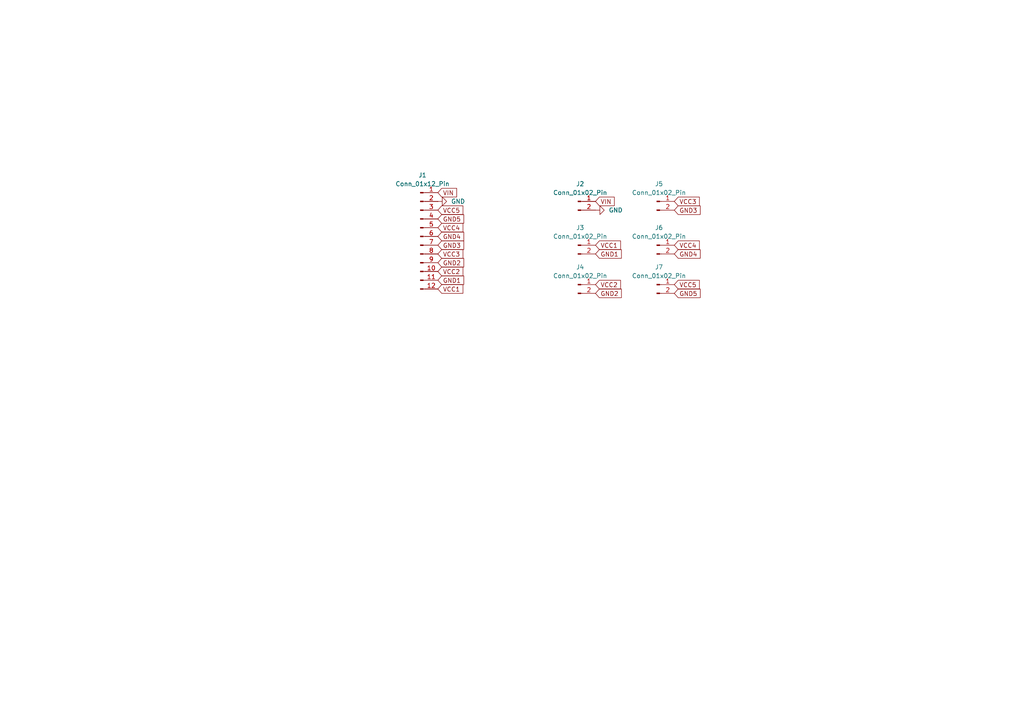
<source format=kicad_sch>
(kicad_sch (version 20231120) (generator "eeschema") (generator_version "8.0")
  (paper "A4")
  (lib_symbols
    (symbol "Connector:Conn_01x02_Pin" (pin_names (offset 1.016) hide)
      (property "Reference" "J" (at 0 2.54 0))
      (property "Value" "Conn_01x02_Pin" (at 0 -5.08 0))
      (symbol "Conn_01x02_Pin_1_1"
        (polyline (pts (xy 1.27 -2.54) (xy 0.8636 -2.54)) (stroke (width 0.1524)))
        (polyline (pts (xy 1.27 0) (xy 0.8636 0)) (stroke (width 0.1524)))
        (rectangle (start 0.8636 -2.413) (end 0 -2.667) (stroke (width 0.1524)) (fill (type outline)))
        (rectangle (start 0.8636 0.127) (end 0 -0.127) (stroke (width 0.1524)) (fill (type outline)))
        (pin passive line (at 5.08 0 180) (length 3.81) (name "Pin_1") (number "1"))
        (pin passive line (at 5.08 -2.54 180) (length 3.81) (name "Pin_2") (number "2"))
      )
    )
    (symbol "Connector:Conn_01x12_Pin" (pin_names (offset 1.016) hide)
      (property "Reference" "J" (at 0 15.24 0))
      (property "Value" "Conn_01x12_Pin" (at 0 -17.78 0))
      (symbol "Conn_01x12_Pin_1_1"
        (polyline (pts (xy 1.27 -15.24) (xy 0.8636 -15.24)) (stroke (width 0.1524)))
        (polyline (pts (xy 1.27 -12.7) (xy 0.8636 -12.7)) (stroke (width 0.1524)))
        (polyline (pts (xy 1.27 -10.16) (xy 0.8636 -10.16)) (stroke (width 0.1524)))
        (polyline (pts (xy 1.27 -7.62) (xy 0.8636 -7.62)) (stroke (width 0.1524)))
        (polyline (pts (xy 1.27 -5.08) (xy 0.8636 -5.08)) (stroke (width 0.1524)))
        (polyline (pts (xy 1.27 -2.54) (xy 0.8636 -2.54)) (stroke (width 0.1524)))
        (polyline (pts (xy 1.27 0) (xy 0.8636 0)) (stroke (width 0.1524)))
        (polyline (pts (xy 1.27 2.54) (xy 0.8636 2.54)) (stroke (width 0.1524)))
        (polyline (pts (xy 1.27 5.08) (xy 0.8636 5.08)) (stroke (width 0.1524)))
        (polyline (pts (xy 1.27 7.62) (xy 0.8636 7.62)) (stroke (width 0.1524)))
        (polyline (pts (xy 1.27 10.16) (xy 0.8636 10.16)) (stroke (width 0.1524)))
        (polyline (pts (xy 1.27 12.7) (xy 0.8636 12.7)) (stroke (width 0.1524)))
        (rectangle (start 0.8636 -15.113) (end 0 -15.367) (stroke (width 0.1524)) (fill (type outline)))
        (rectangle (start 0.8636 -12.573) (end 0 -12.827) (stroke (width 0.1524)) (fill (type outline)))
        (rectangle (start 0.8636 -10.033) (end 0 -10.287) (stroke (width 0.1524)) (fill (type outline)))
        (rectangle (start 0.8636 -7.493) (end 0 -7.747) (stroke (width 0.1524)) (fill (type outline)))
        (rectangle (start 0.8636 -4.953) (end 0 -5.207) (stroke (width 0.1524)) (fill (type outline)))
        (rectangle (start 0.8636 -2.413) (end 0 -2.667) (stroke (width 0.1524)) (fill (type outline)))
        (rectangle (start 0.8636 0.127) (end 0 -0.127) (stroke (width 0.1524)) (fill (type outline)))
        (rectangle (start 0.8636 2.667) (end 0 2.413) (stroke (width 0.1524)) (fill (type outline)))
        (rectangle (start 0.8636 5.207) (end 0 4.953) (stroke (width 0.1524)) (fill (type outline)))
        (rectangle (start 0.8636 7.747) (end 0 7.493) (stroke (width 0.1524)) (fill (type outline)))
        (rectangle (start 0.8636 10.287) (end 0 10.033) (stroke (width 0.1524)) (fill (type outline)))
        (rectangle (start 0.8636 12.827) (end 0 12.573) (stroke (width 0.1524)) (fill (type outline)))
        (pin passive line (at 5.08 12.7 180) (length 3.81) (name "Pin_1") (number "1"))
        (pin passive line (at 5.08 -10.16 180) (length 3.81) (name "Pin_10") (number "10"))
        (pin passive line (at 5.08 -12.7 180) (length 3.81) (name "Pin_11") (number "11"))
        (pin passive line (at 5.08 -15.24 180) (length 3.81) (name "Pin_12") (number "12"))
        (pin passive line (at 5.08 10.16 180) (length 3.81) (name "Pin_2") (number "2"))
        (pin passive line (at 5.08 7.62 180) (length 3.81) (name "Pin_3") (number "3"))
        (pin passive line (at 5.08 5.08 180) (length 3.81) (name "Pin_4") (number "4"))
        (pin passive line (at 5.08 2.54 180) (length 3.81) (name "Pin_5") (number "5"))
        (pin passive line (at 5.08 0 180) (length 3.81) (name "Pin_6") (number "6"))
        (pin passive line (at 5.08 -2.54 180) (length 3.81) (name "Pin_7") (number "7"))
        (pin passive line (at 5.08 -5.08 180) (length 3.81) (name "Pin_8") (number "8"))
        (pin passive line (at 5.08 -7.62 180) (length 3.81) (name "Pin_9") (number "9"))
      )
    )
    (symbol "power:GND" (power) (pin_numbers hide) (pin_names (offset 0) hide)
      (property "Value" "GND" (at 0 -3.81 0))
      (symbol "GND_0_1"
        (polyline (pts (xy 0 0) (xy 0 -1.27) (xy 1.27 -1.27) (xy 0 -2.54) (xy -1.27 -1.27) (xy 0 -1.27)))
      )
      (symbol "GND_1_1"
        (pin power_in line (at 0 0 270) (length 0) (name "~") (number "1"))
      )
    )
  )
  (global_label "GND4" (shape input) (at 127 68.58 0) (property "Intersheetrefs" "${INTERSHEET_REFS}" (effects (hide yes))))
  (global_label "VIN" (shape input) (at 172.72 58.42 0) (property "Intersheetrefs" "${INTERSHEET_REFS}" (effects (hide yes))))
  (global_label "VCC3" (shape input) (at 127 73.66 0) (property "Intersheetrefs" "${INTERSHEET_REFS}" (effects (hide yes))))
  (global_label "VCC1" (shape input) (at 127 83.82 0) (property "Intersheetrefs" "${INTERSHEET_REFS}" (effects (hide yes))))
  (global_label "GND4" (shape input) (at 195.58 73.66 0) (property "Intersheetrefs" "${INTERSHEET_REFS}" (effects (hide yes))))
  (global_label "GND2" (shape input) (at 172.72 85.09 0) (property "Intersheetrefs" "${INTERSHEET_REFS}" (effects (hide yes))))
  (global_label "VCC5" (shape input) (at 127 60.96 0) (property "Intersheetrefs" "${INTERSHEET_REFS}" (effects (hide yes))))
  (global_label "VCC1" (shape input) (at 172.72 71.12 0) (property "Intersheetrefs" "${INTERSHEET_REFS}" (effects (hide yes))))
  (global_label "VCC4" (shape input) (at 127 66.04 0) (property "Intersheetrefs" "${INTERSHEET_REFS}" (effects (hide yes))))
  (global_label "GND3" (shape input) (at 127 71.12 0) (property "Intersheetrefs" "${INTERSHEET_REFS}" (effects (hide yes))))
  (global_label "GND2" (shape input) (at 127 76.2 0) (property "Intersheetrefs" "${INTERSHEET_REFS}" (effects (hide yes))))
  (global_label "GND3" (shape input) (at 195.58 60.96 0) (property "Intersheetrefs" "${INTERSHEET_REFS}" (effects (hide yes))))
  (global_label "VCC4" (shape input) (at 195.58 71.12 0) (property "Intersheetrefs" "${INTERSHEET_REFS}" (effects (hide yes))))
  (global_label "VCC2" (shape input) (at 172.72 82.55 0) (property "Intersheetrefs" "${INTERSHEET_REFS}" (effects (hide yes))))
  (global_label "GND5" (shape input) (at 195.58 85.09 0) (property "Intersheetrefs" "${INTERSHEET_REFS}" (effects (hide yes))))
  (global_label "VCC2" (shape input) (at 127 78.74 0) (property "Intersheetrefs" "${INTERSHEET_REFS}" (effects (hide yes))))
  (global_label "VIN" (shape input) (at 127 55.88 0) (property "Intersheetrefs" "${INTERSHEET_REFS}" (effects (hide yes))))
  (global_label "VCC5" (shape input) (at 195.58 82.55 0) (property "Intersheetrefs" "${INTERSHEET_REFS}" (effects (hide yes))))
  (global_label "GND1" (shape input) (at 172.72 73.66 0) (property "Intersheetrefs" "${INTERSHEET_REFS}" (effects (hide yes))))
  (global_label "GND1" (shape input) (at 127 81.28 0) (property "Intersheetrefs" "${INTERSHEET_REFS}" (effects (hide yes))))
  (global_label "GND5" (shape input) (at 127 63.5 0) (property "Intersheetrefs" "${INTERSHEET_REFS}" (effects (hide yes))))
  (global_label "VCC3" (shape input) (at 195.58 58.42 0) (property "Intersheetrefs" "${INTERSHEET_REFS}" (effects (hide yes))))
  (symbol (lib_id "Connector:Conn_01x02_Pin") (at 167.64 71.12 0) (unit 1)
    (property "Reference" "J3" (at 168.275 66.04 0))
    (property "Value" "Conn_01x02_Pin" (at 168.275 68.58 0))
    (property "Footprint" "Connector_PinHeader_2.54mm:PinHeader_1x02_P2.54mm_Vertical" (effects (hide yes)))
    (property "Description" "Generic connector, single row, 01x02, script generated" (effects (hide yes)))
  )
  (symbol (lib_id "Connector:Conn_01x02_Pin") (at 190.5 82.55 0) (unit 1)
    (property "Reference" "J7" (at 191.135 77.47 0))
    (property "Value" "Conn_01x02_Pin" (at 191.135 80.01 0))
    (property "Footprint" "Connector_PinHeader_2.54mm:PinHeader_1x02_P2.54mm_Vertical" (effects (hide yes)))
    (property "Description" "Generic connector, single row, 01x02, script generated" (effects (hide yes)))
  )
  (symbol (lib_id "Connector:Conn_01x12_Pin") (at 121.92 68.58 0) (unit 1)
    (property "Reference" "J1" (at 122.555 50.8 0))
    (property "Value" "Conn_01x12_Pin" (at 122.555 53.34 0))
    (property "Footprint" "Connector_PinHeader_2.54mm:PinHeader_1x12_P2.54mm_Vertical" (effects (hide yes)))
    (property "Description" "Generic connector, single row, 01x12, script generated" (effects (hide yes)))
  )
  (symbol (lib_id "Connector:Conn_01x02_Pin") (at 167.64 82.55 0) (unit 1)
    (property "Reference" "J4" (at 168.275 77.47 0))
    (property "Value" "Conn_01x02_Pin" (at 168.275 80.01 0))
    (property "Footprint" "Connector_PinHeader_2.54mm:PinHeader_1x02_P2.54mm_Vertical" (effects (hide yes)))
    (property "Description" "Generic connector, single row, 01x02, script generated" (effects (hide yes)))
  )
  (symbol (lib_id "power:GND") (at 127 58.42 90) (unit 1)
    (property "Reference" "#PWR01" (effects (hide yes)))
    (property "Value" "GND" (at 130.81 58.4201 90) (effects (justify right)))
    (property "Description" "Power symbol creates a global label with name \"GND\" , ground" (effects (hide yes)))
  )
  (symbol (lib_id "Connector:Conn_01x02_Pin") (at 190.5 58.42 0) (unit 1)
    (property "Reference" "J5" (at 191.135 53.34 0))
    (property "Value" "Conn_01x02_Pin" (at 191.135 55.88 0))
    (property "Footprint" "Connector_PinHeader_2.54mm:PinHeader_1x02_P2.54mm_Vertical" (effects (hide yes)))
    (property "Description" "Generic connector, single row, 01x02, script generated" (effects (hide yes)))
  )
  (symbol (lib_id "power:GND") (at 172.72 60.96 90) (unit 1)
    (property "Reference" "#PWR03" (effects (hide yes)))
    (property "Value" "GND" (at 176.53 60.9601 90) (effects (justify right)))
    (property "Description" "Power symbol creates a global label with name \"GND\" , ground" (effects (hide yes)))
  )
  (symbol (lib_id "Connector:Conn_01x02_Pin") (at 190.5 71.12 0) (unit 1)
    (property "Reference" "J6" (at 191.135 66.04 0))
    (property "Value" "Conn_01x02_Pin" (at 191.135 68.58 0))
    (property "Footprint" "Connector_PinHeader_2.54mm:PinHeader_1x02_P2.54mm_Vertical" (effects (hide yes)))
    (property "Description" "Generic connector, single row, 01x02, script generated" (effects (hide yes)))
  )
  (symbol (lib_id "Connector:Conn_01x02_Pin") (at 167.64 58.42 0) (unit 1)
    (property "Reference" "J2" (at 168.275 53.34 0))
    (property "Value" "Conn_01x02_Pin" (at 168.275 55.88 0))
    (property "Footprint" "Connector_PinHeader_2.54mm:PinHeader_1x02_P2.54mm_Vertical" (effects (hide yes)))
    (property "Description" "Generic connector, single row, 01x02, script generated" (effects (hide yes)))
  )
)
</source>
